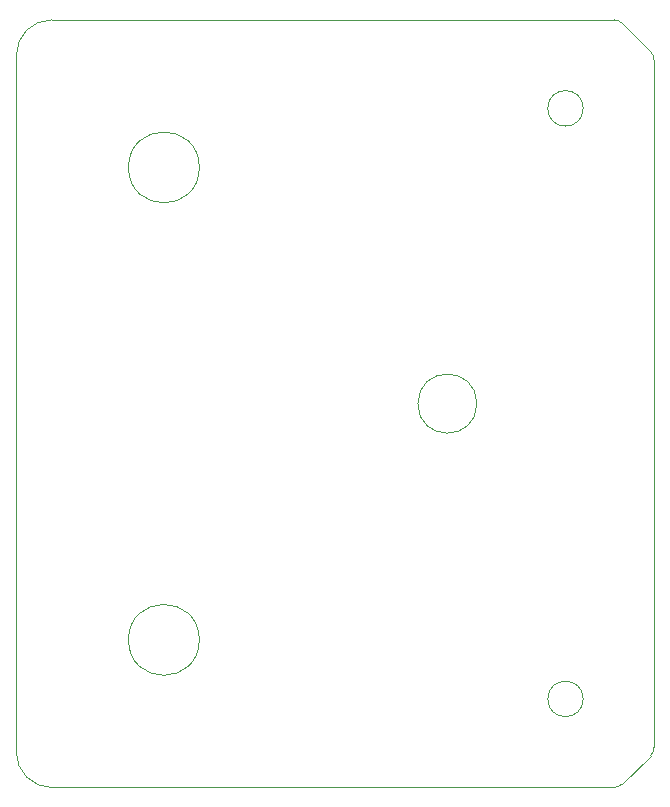
<source format=gm1>
G04 #@! TF.GenerationSoftware,KiCad,Pcbnew,5.1.9+dfsg1-1+deb11u1*
G04 #@! TF.CreationDate,2023-07-28T22:37:02+09:00*
G04 #@! TF.ProjectId,z-tesioner-rf,7a2d7465-7369-46f6-9e65-722d72662e6b,rev?*
G04 #@! TF.SameCoordinates,Original*
G04 #@! TF.FileFunction,Profile,NP*
%FSLAX46Y46*%
G04 Gerber Fmt 4.6, Leading zero omitted, Abs format (unit mm)*
G04 Created by KiCad (PCBNEW 5.1.9+dfsg1-1+deb11u1) date 2023-07-28 22:37:02*
%MOMM*%
%LPD*%
G01*
G04 APERTURE LIST*
G04 #@! TA.AperFunction,Profile*
%ADD10C,0.050000*%
G04 #@! TD*
G04 APERTURE END LIST*
D10*
X130500000Y-74085800D02*
G75*
G03*
X130500000Y-74085800I-3000000J0D01*
G01*
X166292900Y-126292899D02*
X168707100Y-123878700D01*
X169000000Y-123171600D02*
X169000000Y-65000000D01*
X168999999Y-123171600D02*
G75*
G02*
X168707106Y-123878706I-999999J0D01*
G01*
X165585800Y-61585800D02*
X118000000Y-61585800D01*
X166292900Y-61878701D02*
X168707100Y-64292900D01*
X166292907Y-126292907D02*
G75*
G02*
X165585800Y-126585800I-707107J707107D01*
G01*
X118000000Y-126585800D02*
G75*
G02*
X115000000Y-123585800I0J3000000D01*
G01*
X115000000Y-64585800D02*
G75*
G02*
X118000000Y-61585800I3000000J0D01*
G01*
X130500000Y-114085800D02*
G75*
G03*
X130500000Y-114085800I-3000000J0D01*
G01*
X163000000Y-69085800D02*
G75*
G03*
X163000000Y-69085800I-1500000J0D01*
G01*
X154000000Y-94085800D02*
G75*
G03*
X154000000Y-94085800I-2500000J0D01*
G01*
X165585800Y-61585801D02*
G75*
G02*
X166292906Y-61878694I0J-999999D01*
G01*
X115000000Y-64585800D02*
X115000000Y-123585800D01*
X163000000Y-119085800D02*
G75*
G03*
X163000000Y-119085800I-1500000J0D01*
G01*
X118000000Y-126585800D02*
X165585800Y-126585800D01*
X168707107Y-64292893D02*
G75*
G02*
X169000000Y-65000000I-707107J-707107D01*
G01*
M02*

</source>
